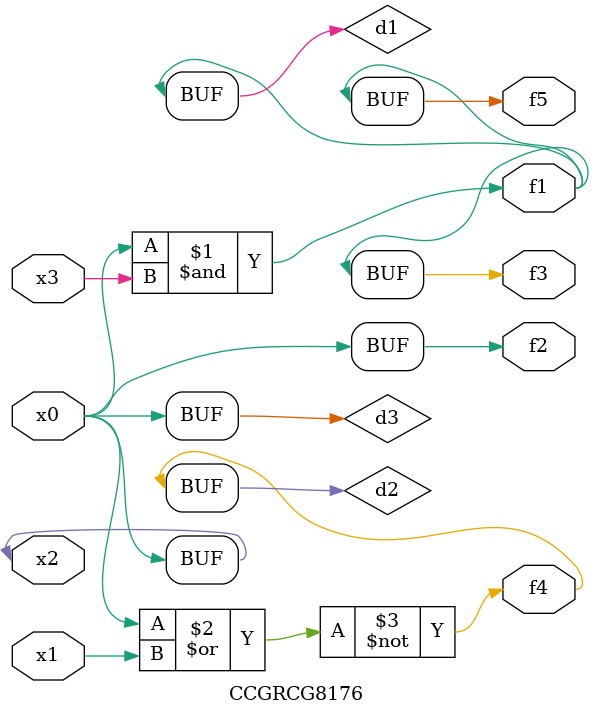
<source format=v>
module CCGRCG8176(
	input x0, x1, x2, x3,
	output f1, f2, f3, f4, f5
);

	wire d1, d2, d3;

	and (d1, x2, x3);
	nor (d2, x0, x1);
	buf (d3, x0, x2);
	assign f1 = d1;
	assign f2 = d3;
	assign f3 = d1;
	assign f4 = d2;
	assign f5 = d1;
endmodule

</source>
